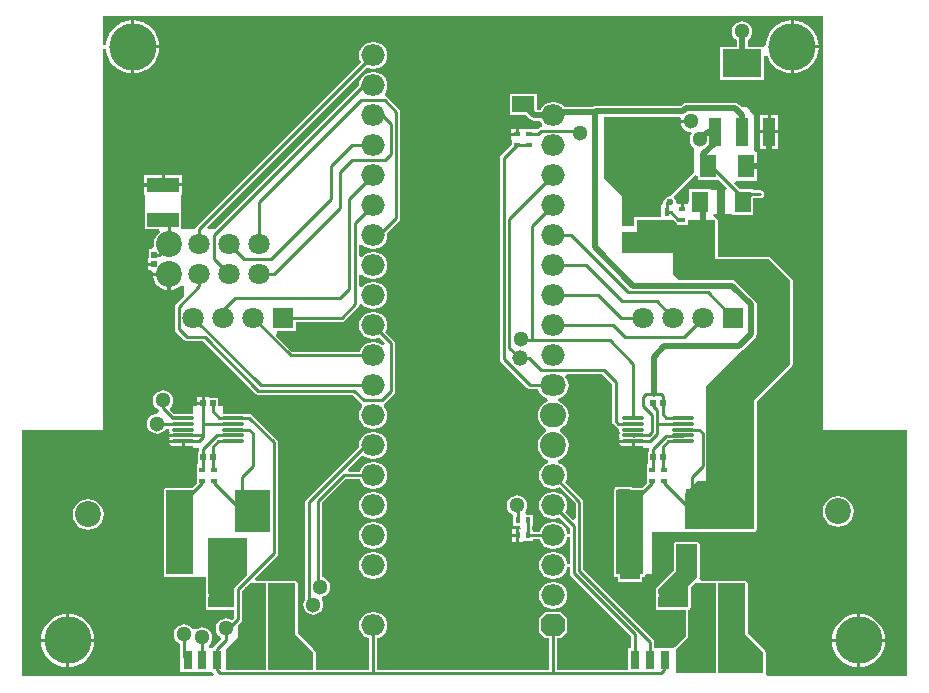
<source format=gbl>
G04*
G04 #@! TF.GenerationSoftware,Altium Limited,Altium NEXUS,1.0.11 (97)*
G04*
G04 Layer_Physical_Order=2*
G04 Layer_Color=16711680*
%FSLAX25Y25*%
%MOIN*%
G70*
G01*
G75*
%ADD10R,0.01772X0.02165*%
%ADD15C,0.01000*%
%ADD16C,0.01968*%
%ADD17C,0.08661*%
%ADD18C,0.07087*%
%ADD19C,0.23622*%
%ADD20R,0.07087X0.07087*%
%ADD21O,0.07874X0.07087*%
%ADD22O,0.08661X0.07087*%
%ADD23O,0.08661X0.08268*%
G04:AMPARAMS|DCode=24|XSize=78.74mil|YSize=70.87mil|CornerRadius=0mil|HoleSize=0mil|Usage=FLASHONLY|Rotation=180.000|XOffset=0mil|YOffset=0mil|HoleType=Round|Shape=Octagon|*
%AMOCTAGOND24*
4,1,8,-0.03937,0.01772,-0.03937,-0.01772,-0.02165,-0.03543,0.02165,-0.03543,0.03937,-0.01772,0.03937,0.01772,0.02165,0.03543,-0.02165,0.03543,-0.03937,0.01772,0.0*
%
%ADD24OCTAGOND24*%

%ADD25C,0.15748*%
%ADD26C,0.05197*%
%ADD27C,0.05118*%
%ADD28C,0.02362*%
%ADD29R,0.02165X0.01772*%
%ADD30R,0.05315X0.07480*%
%ADD31R,0.05512X0.07087*%
%ADD32R,0.03150X0.10236*%
%ADD33R,0.01378X0.02756*%
%ADD34R,0.09252X0.06221*%
%ADD35R,0.02047X0.02047*%
%ADD36R,0.10630X0.04528*%
%ADD37R,0.12992X0.09449*%
%ADD38R,0.03937X0.09449*%
%ADD39R,0.07480X0.05315*%
%ADD40R,0.04528X0.10630*%
%ADD41R,0.06614X0.11614*%
%ADD42R,0.04134X0.12795*%
%ADD43R,0.02047X0.02047*%
%ADD44O,0.07874X0.01181*%
%ADD45R,0.08268X0.11811*%
%ADD46R,0.03150X0.06299*%
%ADD47C,0.01181*%
G36*
X120000Y70000D02*
X148000D01*
Y-12000D01*
X101481D01*
X101278Y-11810D01*
X100803Y-11000D01*
Y-4000D01*
X100742Y-3693D01*
X100568Y-3432D01*
X94803Y2333D01*
Y19000D01*
X94742Y19307D01*
X94568Y19568D01*
X94307Y19742D01*
X94000Y19803D01*
X85000D01*
X84693Y19742D01*
X84599Y19679D01*
X84504Y19742D01*
X84197Y19803D01*
X79307D01*
X79268Y19836D01*
X78821Y20564D01*
X78764Y20803D01*
X78803Y21000D01*
Y32000D01*
X78742Y32307D01*
X78568Y32568D01*
X78307Y32742D01*
X78000Y32803D01*
X71000D01*
X70693Y32742D01*
X70472Y32594D01*
X70315D01*
X70197Y32000D01*
X70197Y31643D01*
X70197Y23333D01*
X64432Y17568D01*
X64258Y17307D01*
X64197Y17000D01*
Y16233D01*
X64208Y16181D01*
X64204Y16128D01*
X64353Y15000D01*
X64204Y13872D01*
X64208Y13819D01*
X64197Y13767D01*
Y11000D01*
X64258Y10693D01*
X64432Y10432D01*
X64693Y10258D01*
X65000Y10197D01*
X74197D01*
Y1333D01*
X70531Y-2334D01*
X69793Y-2521D01*
X69486Y-2563D01*
X68823Y-2563D01*
X64902D01*
Y-2563D01*
X64705D01*
Y-2563D01*
X63656D01*
Y-343D01*
X63556Y159D01*
X63271Y585D01*
X40100Y23756D01*
Y46213D01*
X40000Y46715D01*
X39716Y47141D01*
X34117Y52739D01*
X34177Y52816D01*
X34613Y53869D01*
X34762Y55000D01*
X34613Y56130D01*
X34177Y57184D01*
X33482Y58089D01*
X32578Y58783D01*
X31778Y59114D01*
X31673Y59945D01*
X31720Y60173D01*
X32581Y60529D01*
X33650Y61350D01*
X34471Y62419D01*
X34986Y63664D01*
X35162Y65000D01*
X34986Y66336D01*
X34471Y67581D01*
X33650Y68650D01*
X32581Y69471D01*
X32451Y69525D01*
Y70607D01*
X32679Y70701D01*
X33707Y71490D01*
X34496Y72518D01*
X34991Y73715D01*
X35161Y75000D01*
X34991Y76285D01*
X34496Y77482D01*
X33707Y78510D01*
X32679Y79299D01*
X31628Y79734D01*
X31614Y79809D01*
X31918Y80781D01*
X32971Y81217D01*
X33876Y81911D01*
X34570Y82816D01*
X35007Y83869D01*
X35155Y85000D01*
X35007Y86130D01*
X34570Y87184D01*
X34054Y87857D01*
X34318Y88633D01*
X34499Y88857D01*
X46287D01*
X49687Y85456D01*
Y73000D01*
X49787Y72498D01*
X50072Y72072D01*
X50792Y71351D01*
X51218Y71067D01*
X52008Y70311D01*
X52115Y69773D01*
X52414Y69327D01*
X52115Y68880D01*
X52008Y68343D01*
X52115Y67805D01*
X52293Y67538D01*
X52267Y67521D01*
X51915Y66995D01*
X51891Y66874D01*
X56760D01*
Y66374D01*
X57260D01*
Y64752D01*
X60000D01*
Y64000D01*
X62074D01*
X62113Y63953D01*
Y62811D01*
X61614D01*
Y59189D01*
X61130Y58445D01*
X61130D01*
Y55098D01*
X61130D01*
Y54901D01*
X61130D01*
Y52404D01*
X59529Y50803D01*
X56437D01*
Y51185D01*
X50728D01*
Y50749D01*
X50693Y50742D01*
X50432Y50568D01*
X50258Y50307D01*
X50197Y50000D01*
Y22000D01*
X50258Y21693D01*
X50432Y21432D01*
X50693Y21258D01*
X51000Y21197D01*
X51496D01*
Y19406D01*
X59685D01*
Y21197D01*
X60000D01*
X60307Y21258D01*
X60568Y21432D01*
X60742Y21693D01*
X60803Y22000D01*
X63000D01*
Y36000D01*
X73500D01*
Y36000D01*
X74418Y36197D01*
X97000D01*
X97307Y36258D01*
X97568Y36432D01*
X97742Y36693D01*
X97803Y37000D01*
Y79668D01*
X109568Y91432D01*
X109742Y91693D01*
X109803Y92000D01*
Y120000D01*
X109742Y120307D01*
X109568Y120568D01*
X109568Y120568D01*
X102568Y127568D01*
X102307Y127742D01*
X102000Y127803D01*
X84803D01*
Y140000D01*
X84742Y140307D01*
X84568Y140568D01*
X84307Y140742D01*
X84000Y140803D01*
X83861D01*
X83338Y141803D01*
X83476Y142000D01*
X89618D01*
Y141669D01*
X96705D01*
Y147459D01*
X99000D01*
X99502Y147559D01*
X99928Y147844D01*
X100213Y148269D01*
X100313Y148772D01*
X100213Y149274D01*
X99928Y149700D01*
X99502Y149984D01*
X99000Y150084D01*
X96705D01*
Y150331D01*
X92373D01*
X90303Y152400D01*
X90858Y153260D01*
X97957D01*
Y162740D01*
X97685D01*
X96979Y163448D01*
X97004Y174834D01*
X94495Y177748D01*
X92807D01*
X91947Y178608D01*
X91361Y179000D01*
X90669Y179137D01*
X74206D01*
X73515Y179000D01*
X72929Y178608D01*
X72458Y178137D01*
X44252D01*
X43561Y178000D01*
X43389Y177885D01*
X33639D01*
X33482Y178089D01*
X32578Y178783D01*
X31524Y179219D01*
X30394Y179368D01*
X29606D01*
X28476Y179219D01*
X27422Y178783D01*
X26518Y178089D01*
X25823Y177184D01*
X25667Y176806D01*
X24528D01*
Y182146D01*
X15473D01*
Y175256D01*
X20890D01*
X22423Y173723D01*
X23009Y173331D01*
X23701Y173194D01*
X25667D01*
X25823Y172816D01*
X26340Y172143D01*
X26148Y171419D01*
X25917Y171112D01*
X25572Y171043D01*
X25147Y170759D01*
X24855Y170467D01*
X23870Y170429D01*
Y170429D01*
X20130D01*
X20083Y170658D01*
X18500D01*
Y168772D01*
X18000D01*
Y168272D01*
X15917D01*
Y166886D01*
X16130D01*
Y165215D01*
X12729Y161814D01*
X12445Y161388D01*
X12345Y160886D01*
Y93724D01*
X12445Y93222D01*
X12729Y92796D01*
X21454Y84072D01*
X21880Y83787D01*
X22382Y83687D01*
X25069D01*
X25430Y82816D01*
X26124Y81911D01*
X27029Y81217D01*
X28082Y80781D01*
X28386Y79809D01*
X28372Y79734D01*
X27321Y79299D01*
X26293Y78510D01*
X25504Y77482D01*
X25008Y76285D01*
X24839Y75000D01*
X25008Y73715D01*
X25504Y72518D01*
X26293Y71490D01*
X27321Y70701D01*
X27549Y70607D01*
Y69525D01*
X27419Y69471D01*
X26350Y68650D01*
X25529Y67581D01*
X25014Y66336D01*
X24838Y65000D01*
X25014Y63664D01*
X25529Y62419D01*
X26350Y61350D01*
X27419Y60529D01*
X28280Y60173D01*
X28326Y59945D01*
X28222Y59114D01*
X27422Y58783D01*
X26518Y58089D01*
X25823Y57184D01*
X25387Y56130D01*
X25238Y55000D01*
X25387Y53869D01*
X25823Y52816D01*
X26518Y51911D01*
X27422Y51217D01*
X28476Y50781D01*
X29606Y50632D01*
X30394D01*
X31524Y50781D01*
X32117Y51026D01*
X37475Y45669D01*
Y40688D01*
X36551Y40305D01*
X34117Y42739D01*
X34177Y42816D01*
X34613Y43870D01*
X34762Y45000D01*
X34613Y46130D01*
X34177Y47184D01*
X33482Y48089D01*
X32578Y48783D01*
X31524Y49219D01*
X30394Y49368D01*
X29606D01*
X28476Y49219D01*
X27422Y48783D01*
X26518Y48089D01*
X25823Y47184D01*
X25387Y46130D01*
X25238Y45000D01*
X25387Y43870D01*
X25823Y42816D01*
X26518Y41911D01*
X27422Y41217D01*
X28476Y40781D01*
X29606Y40632D01*
X30394D01*
X31524Y40781D01*
X32117Y41026D01*
X35687Y37456D01*
Y35631D01*
X34687Y35565D01*
X34613Y36130D01*
X34177Y37184D01*
X33482Y38089D01*
X32578Y38783D01*
X31524Y39219D01*
X30394Y39368D01*
X29606D01*
X28476Y39219D01*
X27422Y38783D01*
X26518Y38089D01*
X25823Y37184D01*
X25462Y36313D01*
X23445D01*
Y36870D01*
X23084D01*
Y38130D01*
X23445D01*
Y41870D01*
X21024D01*
X20890Y42026D01*
X20584Y42870D01*
X20923Y43312D01*
X21260Y44126D01*
X21375Y45000D01*
X21260Y45874D01*
X20923Y46688D01*
X20387Y47387D01*
X19688Y47923D01*
X18874Y48260D01*
X18000Y48375D01*
X17126Y48260D01*
X16312Y47923D01*
X15613Y47387D01*
X15077Y46688D01*
X14740Y45874D01*
X14625Y45000D01*
X14740Y44126D01*
X15077Y43312D01*
X15613Y42613D01*
X15803Y42468D01*
X16555Y41870D01*
Y38130D01*
X18837Y38130D01*
X19330Y37325D01*
X19206Y37083D01*
X18728D01*
Y35000D01*
Y32917D01*
X20114D01*
Y33130D01*
X23445D01*
Y33687D01*
X25462D01*
X25823Y32816D01*
X26518Y31911D01*
X27422Y31217D01*
X28476Y30781D01*
X29606Y30632D01*
X30394D01*
X31524Y30781D01*
X32578Y31217D01*
X33482Y31911D01*
X34177Y32816D01*
X34613Y33869D01*
X34687Y34435D01*
X35687Y34369D01*
Y25631D01*
X34687Y25565D01*
X34613Y26131D01*
X34177Y27184D01*
X33482Y28089D01*
X32578Y28783D01*
X31524Y29219D01*
X30394Y29368D01*
X29606D01*
X28476Y29219D01*
X27422Y28783D01*
X26518Y28089D01*
X25823Y27184D01*
X25387Y26131D01*
X25238Y25000D01*
X25387Y23869D01*
X25823Y22816D01*
X26518Y21911D01*
X27422Y21217D01*
X28476Y20781D01*
X29606Y20632D01*
X30394D01*
X31524Y20781D01*
X32578Y21217D01*
X33482Y21911D01*
X34177Y22816D01*
X34613Y23869D01*
X34687Y24435D01*
X35687Y24369D01*
Y22472D01*
X35787Y21970D01*
X36072Y21544D01*
X56109Y1507D01*
Y-2563D01*
X55060D01*
Y-9687D01*
X31313D01*
Y669D01*
X32559D01*
X34724Y2835D01*
Y7165D01*
X32559Y9331D01*
X27441D01*
X25276Y7165D01*
Y2835D01*
X27441Y669D01*
X28687D01*
Y-9687D01*
X-28687D01*
Y753D01*
X-28476Y781D01*
X-27422Y1217D01*
X-26518Y1911D01*
X-25823Y2816D01*
X-25387Y3870D01*
X-25238Y5000D01*
X-25387Y6131D01*
X-25823Y7184D01*
X-26518Y8089D01*
X-27422Y8783D01*
X-28476Y9219D01*
X-29606Y9368D01*
X-30394D01*
X-31524Y9219D01*
X-32578Y8783D01*
X-33482Y8089D01*
X-34177Y7184D01*
X-34613Y6131D01*
X-34762Y5000D01*
X-34613Y3870D01*
X-34177Y2816D01*
X-33482Y1911D01*
X-32578Y1217D01*
X-31524Y781D01*
X-31313Y753D01*
Y-9687D01*
X-49197D01*
Y-4000D01*
X-49258Y-3693D01*
X-49432Y-3432D01*
X-50138Y-2727D01*
Y-2563D01*
X-50302D01*
X-55197Y2333D01*
Y19000D01*
X-55258Y19307D01*
X-55432Y19568D01*
X-55693Y19742D01*
X-56000Y19803D01*
X-65000D01*
X-65307Y19742D01*
X-65401Y19679D01*
X-65496Y19742D01*
X-65803Y19803D01*
X-69034D01*
X-69417Y20727D01*
X-62072Y28072D01*
X-61787Y28498D01*
X-61687Y29000D01*
Y66000D01*
X-61787Y66502D01*
X-62072Y66928D01*
X-70320Y75176D01*
X-70746Y75461D01*
X-71248Y75561D01*
X-72894D01*
X-73358Y75653D01*
X-80000D01*
Y78000D01*
X-81614D01*
Y80811D01*
X-84551D01*
Y81024D01*
X-86075D01*
Y79000D01*
X-86575D01*
Y78500D01*
X-88598D01*
Y78000D01*
X-90000D01*
Y75653D01*
X-96324D01*
X-97655Y76983D01*
X-97613Y77613D01*
X-97077Y78312D01*
X-96740Y79126D01*
X-96625Y80000D01*
X-96740Y80874D01*
X-97077Y81688D01*
X-97613Y82387D01*
X-98312Y82923D01*
X-99126Y83260D01*
X-100000Y83375D01*
X-100874Y83260D01*
X-101688Y82923D01*
X-102387Y82387D01*
X-102923Y81688D01*
X-103260Y80874D01*
X-103375Y80000D01*
X-103260Y79126D01*
X-102923Y78312D01*
X-102387Y77613D01*
X-101688Y77077D01*
X-101486Y76993D01*
X-101351Y76578D01*
X-101956Y75718D01*
X-102098Y75642D01*
X-102874Y75540D01*
X-103688Y75203D01*
X-104387Y74666D01*
X-104923Y73967D01*
X-105260Y73153D01*
X-105375Y72280D01*
X-105260Y71406D01*
X-104923Y70592D01*
X-104387Y69893D01*
X-103688Y69356D01*
X-102874Y69019D01*
X-102000Y68904D01*
X-101126Y69019D01*
X-100312Y69356D01*
X-99613Y69893D01*
X-99077Y70592D01*
X-98083Y70378D01*
X-98078Y70375D01*
X-97927Y69986D01*
X-97885Y69773D01*
X-97787Y69628D01*
X-97733Y69489D01*
X-98085Y68963D01*
X-98109Y68843D01*
X-93240D01*
Y67843D01*
X-98109D01*
X-98085Y67722D01*
X-97842Y67358D01*
X-98085Y66995D01*
X-98109Y66874D01*
X-93240D01*
Y66374D01*
X-92740D01*
Y64752D01*
X-90000D01*
Y64000D01*
X-87926D01*
X-87887Y63953D01*
Y62811D01*
X-88386D01*
Y59189D01*
X-88870Y58445D01*
X-88870D01*
Y55098D01*
X-88870D01*
Y54901D01*
X-88870D01*
Y52404D01*
X-90471Y50803D01*
X-99000D01*
X-99307Y50742D01*
X-99568Y50568D01*
X-99742Y50307D01*
X-99803Y50000D01*
Y22000D01*
X-99742Y21693D01*
X-99568Y21432D01*
X-99307Y21258D01*
X-99000Y21197D01*
X-90000D01*
X-89000Y21000D01*
Y21000D01*
X-85803D01*
Y16233D01*
X-85792Y16181D01*
X-85796Y16128D01*
X-85647Y15000D01*
X-85796Y13872D01*
X-85792Y13819D01*
X-85803Y13767D01*
Y11000D01*
X-85742Y10693D01*
X-85568Y10432D01*
X-85307Y10258D01*
X-85000Y10197D01*
X-76313D01*
Y7544D01*
X-77098Y6758D01*
X-77312Y6923D01*
X-78126Y7260D01*
X-79000Y7375D01*
X-79874Y7260D01*
X-80688Y6923D01*
X-81387Y6387D01*
X-81923Y5688D01*
X-82260Y4874D01*
X-82375Y4000D01*
X-82260Y3126D01*
X-81923Y2312D01*
X-81387Y1613D01*
X-81061Y1363D01*
X-80871Y297D01*
X-80920Y91D01*
X-82928Y-1918D01*
X-83213Y-2344D01*
X-83256Y-2563D01*
X-84587Y-2563D01*
X-84843Y-1563D01*
X-84613Y-1387D01*
X-84077Y-688D01*
X-83740Y126D01*
X-83625Y1000D01*
X-83740Y1874D01*
X-84077Y2688D01*
X-84613Y3387D01*
X-85312Y3923D01*
X-86126Y4260D01*
X-87000Y4375D01*
X-87874Y4260D01*
X-88688Y3923D01*
X-88994Y3688D01*
X-89882Y3688D01*
X-90247Y3909D01*
X-90613Y4387D01*
X-91312Y4923D01*
X-92126Y5260D01*
X-93000Y5375D01*
X-93874Y5260D01*
X-94688Y4923D01*
X-95387Y4387D01*
X-95923Y3688D01*
X-96260Y2874D01*
X-96375Y2000D01*
X-96260Y1126D01*
X-95923Y312D01*
X-95387Y-387D01*
X-94688Y-923D01*
X-94313Y-1079D01*
Y-5370D01*
X-94232Y-5774D01*
Y-10437D01*
X-89508D01*
Y-10437D01*
X-89311D01*
Y-10437D01*
X-85390D01*
X-84587Y-10437D01*
X-83600Y-10437D01*
X-83198Y-11030D01*
X-83658Y-12000D01*
X-147000D01*
Y70000D01*
X-120000D01*
Y197199D01*
X-119000Y197248D01*
X-118893Y196164D01*
X-118386Y194491D01*
X-117562Y192950D01*
X-116453Y191598D01*
X-115102Y190489D01*
X-113560Y189665D01*
X-111887Y189158D01*
X-110648Y189036D01*
Y197904D01*
Y206771D01*
X-111887Y206649D01*
X-113560Y206142D01*
X-115102Y205318D01*
X-116453Y204209D01*
X-117562Y202858D01*
X-118386Y201316D01*
X-118893Y199643D01*
X-119000Y198559D01*
X-120000Y198609D01*
Y208000D01*
X120000D01*
Y70000D01*
D02*
G37*
G36*
X78256Y154706D02*
Y153472D01*
X85146D01*
X85146Y153472D01*
Y153472D01*
X85860Y152870D01*
X87806Y150924D01*
X87423Y150000D01*
X82531D01*
Y150331D01*
X75445D01*
Y146507D01*
X75083Y145658D01*
X73500D01*
Y143772D01*
X72500D01*
Y145658D01*
X71288D01*
X71007Y146000D01*
X70854Y146768D01*
X70419Y147419D01*
X70342Y148206D01*
X77256Y155121D01*
X78256Y154706D01*
D02*
G37*
G36*
X72607Y174109D02*
X72533Y173929D01*
X72476Y173500D01*
X76000D01*
Y172500D01*
X72476D01*
X72533Y172071D01*
X72891Y171205D01*
X73462Y170462D01*
X74205Y169891D01*
X75071Y169533D01*
X76000Y169410D01*
X76001Y169410D01*
X76272Y168942D01*
X76077Y168688D01*
X75740Y167874D01*
X75625Y167000D01*
X75740Y166126D01*
X76077Y165312D01*
X76613Y164613D01*
X77000Y164317D01*
Y156000D01*
X69006Y148006D01*
X69000Y148007D01*
X68232Y147854D01*
X67581Y147419D01*
X67399Y147146D01*
X67072Y146928D01*
X66910Y146767D01*
X66626Y146341D01*
X66526Y145839D01*
Y145526D01*
X66000Y145000D01*
X66000Y141000D01*
X57000D01*
Y138000D01*
X53000D01*
Y148000D01*
X47000Y154000D01*
X47000Y174524D01*
X72329D01*
X72607Y174109D01*
D02*
G37*
G36*
X84000Y127000D02*
X102000D01*
X109000Y120000D01*
Y92000D01*
X97000Y80000D01*
Y37000D01*
X74000D01*
Y49000D01*
X78000Y53000D01*
X81000D01*
Y84640D01*
X92691Y96331D01*
X93277Y96723D01*
X97277Y100723D01*
X97669Y101309D01*
X97669Y101309D01*
X97806Y102000D01*
Y112000D01*
X97669Y112691D01*
X97277Y113277D01*
X91006Y119549D01*
X90420Y119940D01*
X90360Y120000D01*
X90121D01*
X89728Y120078D01*
X71922D01*
X70000Y122000D01*
Y129000D01*
X58000Y129000D01*
X53000Y129000D01*
Y136000D01*
X58000D01*
Y140000D01*
X70144Y140000D01*
X70843Y139300D01*
X71130Y139109D01*
Y138555D01*
X74870D01*
Y140000D01*
D01*
X84000D01*
Y127000D01*
D02*
G37*
G36*
X-64313Y36000D02*
X-76000D01*
Y50000D01*
X-64313D01*
Y36000D01*
D02*
G37*
G36*
X60000Y22000D02*
X51000D01*
Y50000D01*
X60000D01*
Y22000D01*
D02*
G37*
G36*
X-90000D02*
X-99000D01*
Y50000D01*
X-90000D01*
Y22000D01*
D02*
G37*
G36*
X78000Y21000D02*
X75000Y18000D01*
Y11000D01*
X65000D01*
Y13767D01*
X65162Y15000D01*
X65000Y16233D01*
Y17000D01*
X71000Y23000D01*
X71000Y32000D01*
X78000D01*
Y21000D01*
D02*
G37*
G36*
X-72000Y21856D02*
X-75928Y17928D01*
X-76213Y17502D01*
X-76313Y17000D01*
Y11000D01*
X-85000D01*
Y13767D01*
X-84838Y15000D01*
X-85000Y16233D01*
Y34000D01*
X-72000D01*
Y21856D01*
D02*
G37*
G36*
X-56000Y2000D02*
X-50000Y-4000D01*
Y-9687D01*
X-64902D01*
Y-2563D01*
X-65000D01*
Y19000D01*
X-56000D01*
Y2000D01*
D02*
G37*
G36*
X-65803Y-2563D02*
X-65742Y-2870D01*
X-65705Y-2926D01*
Y-9687D01*
X-79000D01*
Y-3000D01*
X-75000Y1000D01*
Y5144D01*
X-74072Y6072D01*
X-73787Y6498D01*
X-73687Y7000D01*
Y16456D01*
X-71144Y19000D01*
X-65803D01*
Y-2563D01*
D02*
G37*
G36*
X94000Y2000D02*
X100000Y-4000D01*
Y-11000D01*
X85000D01*
Y19000D01*
X94000D01*
Y2000D01*
D02*
G37*
G36*
X84197Y-11000D02*
X71000D01*
Y-3000D01*
X75000Y1000D01*
Y10197D01*
X75307Y10258D01*
X75568Y10432D01*
X75742Y10693D01*
X75803Y11000D01*
Y17668D01*
X77135Y19000D01*
X84197D01*
Y-11000D01*
D02*
G37*
%LPC*%
G36*
X110196Y206771D02*
Y198404D01*
X118564D01*
X118442Y199643D01*
X117934Y201316D01*
X117110Y202858D01*
X116001Y204209D01*
X114650Y205318D01*
X113109Y206142D01*
X111436Y206649D01*
X110196Y206771D01*
D02*
G37*
G36*
X-109648D02*
Y198404D01*
X-101280D01*
X-101402Y199643D01*
X-101909Y201316D01*
X-102734Y202858D01*
X-103842Y204209D01*
X-105194Y205318D01*
X-106735Y206142D01*
X-108408Y206649D01*
X-109648Y206771D01*
D02*
G37*
G36*
X109196D02*
X107957Y206649D01*
X106284Y206142D01*
X104742Y205318D01*
X103391Y204209D01*
X102282Y202858D01*
X101458Y201316D01*
X100951Y199643D01*
X100857Y198692D01*
X100284Y197929D01*
X99806Y197929D01*
X94806D01*
Y200168D01*
X95387Y200613D01*
X95923Y201312D01*
X96260Y202126D01*
X96375Y203000D01*
X96260Y203874D01*
X95923Y204688D01*
X95387Y205387D01*
X94688Y205923D01*
X93874Y206260D01*
X93000Y206375D01*
X92126Y206260D01*
X91312Y205923D01*
X90613Y205387D01*
X90077Y204688D01*
X89740Y203874D01*
X89625Y203000D01*
X89740Y202126D01*
X90077Y201312D01*
X90613Y200613D01*
X91194Y200168D01*
Y197929D01*
X85716D01*
Y186906D01*
X100284D01*
Y194918D01*
X101284Y195066D01*
X101458Y194491D01*
X102282Y192950D01*
X103391Y191598D01*
X104742Y190489D01*
X106284Y189665D01*
X107957Y189158D01*
X109196Y189036D01*
Y197904D01*
Y206771D01*
D02*
G37*
G36*
X-29606Y199368D02*
X-30394D01*
X-31524Y199219D01*
X-32578Y198783D01*
X-33482Y198089D01*
X-34177Y197184D01*
X-34613Y196131D01*
X-34762Y195000D01*
X-34613Y193869D01*
X-34177Y192816D01*
X-34117Y192739D01*
X-88928Y137928D01*
X-89213Y137502D01*
X-89313Y137000D01*
X-92885Y137000D01*
X-93019Y137005D01*
X-93883Y137243D01*
X-93898Y137968D01*
X-93898Y138040D01*
Y143146D01*
X-94000D01*
Y148642D01*
X-93685D01*
Y151406D01*
X-100000D01*
Y151906D01*
D01*
Y151406D01*
X-106315D01*
Y148642D01*
X-106000D01*
Y143146D01*
X-106102D01*
Y137043D01*
X-101478D01*
X-101138Y136043D01*
X-101650Y135650D01*
X-102471Y134581D01*
X-102986Y133336D01*
X-103162Y132000D01*
X-103081Y131386D01*
X-103893Y130386D01*
X-104811D01*
Y127449D01*
X-105024D01*
Y125925D01*
X-103000D01*
Y124925D01*
X-105024D01*
Y123402D01*
X-104201D01*
X-103410Y122500D01*
X-98000D01*
Y122000D01*
X-97500D01*
Y116689D01*
X-96608Y116806D01*
X-95312Y117344D01*
X-94198Y118198D01*
X-94000Y118456D01*
X-93000Y118117D01*
Y114856D01*
X-95759Y112098D01*
X-96043Y111672D01*
X-96143Y111169D01*
Y103831D01*
X-96043Y103328D01*
X-95759Y102902D01*
X-92928Y100072D01*
X-92502Y99787D01*
X-92000Y99687D01*
X-86572D01*
X-69169Y82284D01*
X-68743Y82000D01*
X-68240Y81900D01*
X-36756D01*
X-33928Y79072D01*
X-33883Y79042D01*
X-33759Y78746D01*
X-33662Y77990D01*
X-33698Y77807D01*
X-34177Y77184D01*
X-34613Y76130D01*
X-34762Y75000D01*
X-34613Y73870D01*
X-34177Y72816D01*
X-33482Y71911D01*
X-32578Y71217D01*
X-31524Y70781D01*
X-30394Y70632D01*
X-29606D01*
X-28476Y70781D01*
X-27422Y71217D01*
X-26518Y71911D01*
X-25823Y72816D01*
X-25387Y73870D01*
X-25238Y75000D01*
X-25387Y76130D01*
X-25823Y77184D01*
X-26302Y77807D01*
X-26338Y77990D01*
X-26241Y78746D01*
X-26117Y79042D01*
X-26072Y79072D01*
X-23072Y82072D01*
X-22787Y82498D01*
X-22687Y83000D01*
Y99000D01*
X-22787Y99502D01*
X-23072Y99928D01*
X-25883Y102739D01*
X-25823Y102816D01*
X-25387Y103869D01*
X-25238Y105000D01*
X-25387Y106131D01*
X-25823Y107184D01*
X-26518Y108089D01*
X-27422Y108783D01*
X-28476Y109219D01*
X-29606Y109368D01*
X-30394D01*
X-31524Y109219D01*
X-32578Y108783D01*
X-33482Y108089D01*
X-34177Y107184D01*
X-34613Y106131D01*
X-34762Y105000D01*
X-34613Y103869D01*
X-34177Y102816D01*
X-33482Y101911D01*
X-32578Y101217D01*
X-31524Y100781D01*
X-30394Y100632D01*
X-29606D01*
X-28476Y100781D01*
X-27883Y101026D01*
X-25881Y99024D01*
X-25913Y98885D01*
X-27033Y98484D01*
X-27422Y98783D01*
X-28476Y99219D01*
X-29606Y99368D01*
X-30394D01*
X-31524Y99219D01*
X-32578Y98783D01*
X-33482Y98089D01*
X-34177Y97184D01*
X-34538Y96313D01*
X-56956D01*
X-62239Y101596D01*
X-62133Y102904D01*
X-62000Y103000D01*
X-61070Y103169D01*
X-55669D01*
Y106187D01*
X-40500D01*
X-39998Y106287D01*
X-39572Y106572D01*
X-35072Y111072D01*
X-34787Y111498D01*
X-34713Y111872D01*
X-34356Y112059D01*
X-33687Y112178D01*
X-33482Y111911D01*
X-32578Y111217D01*
X-31524Y110781D01*
X-30394Y110632D01*
X-29606D01*
X-28476Y110781D01*
X-27422Y111217D01*
X-26518Y111911D01*
X-25823Y112816D01*
X-25387Y113870D01*
X-25238Y115000D01*
X-25387Y116130D01*
X-25823Y117184D01*
X-26518Y118089D01*
X-27422Y118783D01*
X-28476Y119219D01*
X-29606Y119368D01*
X-30394D01*
X-31524Y119219D01*
X-32578Y118783D01*
X-33482Y118089D01*
X-33687Y117822D01*
X-34687Y118161D01*
Y121839D01*
X-33687Y122178D01*
X-33482Y121911D01*
X-32578Y121217D01*
X-31524Y120781D01*
X-30394Y120632D01*
X-29606D01*
X-28476Y120781D01*
X-27422Y121217D01*
X-26518Y121911D01*
X-25823Y122816D01*
X-25387Y123870D01*
X-25238Y125000D01*
X-25387Y126130D01*
X-25823Y127184D01*
X-26518Y128089D01*
X-27422Y128783D01*
X-28476Y129219D01*
X-29606Y129368D01*
X-30394D01*
X-31524Y129219D01*
X-32578Y128783D01*
X-33482Y128089D01*
X-33687Y127822D01*
X-34687Y128161D01*
Y131839D01*
X-33687Y132178D01*
X-33482Y131911D01*
X-32578Y131217D01*
X-31524Y130781D01*
X-30394Y130632D01*
X-29606D01*
X-28476Y130781D01*
X-27422Y131217D01*
X-26518Y131911D01*
X-25823Y132816D01*
X-25387Y133870D01*
X-25238Y135000D01*
X-25344Y135800D01*
X-21284Y139859D01*
X-21000Y140285D01*
X-20900Y140787D01*
Y176213D01*
X-21000Y176715D01*
X-21284Y177141D01*
X-25072Y180928D01*
X-25498Y181213D01*
X-25782Y181269D01*
X-26116Y181866D01*
X-26210Y182313D01*
X-25823Y182816D01*
X-25387Y183870D01*
X-25238Y185000D01*
X-25387Y186130D01*
X-25823Y187184D01*
X-26518Y188089D01*
X-27422Y188783D01*
X-28476Y189219D01*
X-29606Y189368D01*
X-30394D01*
X-31524Y189219D01*
X-32578Y188783D01*
X-33482Y188089D01*
X-34177Y187184D01*
X-34613Y186130D01*
X-34747Y185109D01*
X-82856Y137000D01*
X-84837D01*
X-85220Y137924D01*
X-32117Y191026D01*
X-31524Y190781D01*
X-30394Y190632D01*
X-29606D01*
X-28476Y190781D01*
X-27422Y191217D01*
X-26518Y191911D01*
X-25823Y192816D01*
X-25387Y193869D01*
X-25238Y195000D01*
X-25387Y196131D01*
X-25823Y197184D01*
X-26518Y198089D01*
X-27422Y198783D01*
X-28476Y199219D01*
X-29606Y199368D01*
D02*
G37*
G36*
X118564Y197404D02*
X110196D01*
Y189036D01*
X111436Y189158D01*
X113109Y189665D01*
X114650Y190489D01*
X116001Y191598D01*
X117110Y192950D01*
X117934Y194491D01*
X118442Y196164D01*
X118564Y197404D01*
D02*
G37*
G36*
X-101280D02*
X-109648D01*
Y189036D01*
X-108408Y189158D01*
X-106735Y189665D01*
X-105194Y190489D01*
X-103842Y191598D01*
X-102734Y192950D01*
X-101909Y194491D01*
X-101402Y196164D01*
X-101280Y197404D01*
D02*
G37*
G36*
X105024Y175307D02*
X102555D01*
Y170083D01*
X105024D01*
Y175307D01*
D02*
G37*
G36*
X101555D02*
X99087D01*
Y170083D01*
X101555D01*
Y175307D01*
D02*
G37*
G36*
X17500Y170658D02*
X15917D01*
Y169272D01*
X17500D01*
Y170658D01*
D02*
G37*
G36*
X105024Y169083D02*
X102555D01*
Y163858D01*
X105024D01*
Y169083D01*
D02*
G37*
G36*
X101555D02*
X99087D01*
Y163858D01*
X101555D01*
Y169083D01*
D02*
G37*
G36*
X-93685Y155169D02*
X-99500D01*
Y152406D01*
X-93685D01*
Y155169D01*
D02*
G37*
G36*
X-100500D02*
X-106315D01*
Y152406D01*
X-100500D01*
Y155169D01*
D02*
G37*
G36*
X-98500Y121500D02*
X-103311D01*
X-103193Y120608D01*
X-102656Y119312D01*
X-101802Y118198D01*
X-100688Y117344D01*
X-99392Y116806D01*
X-98500Y116689D01*
Y121500D01*
D02*
G37*
G36*
X-87075Y81024D02*
X-88598D01*
Y79500D01*
X-87075D01*
Y81024D01*
D02*
G37*
G36*
X56260Y65874D02*
X51891D01*
X51915Y65753D01*
X52267Y65227D01*
X52793Y64876D01*
X53413Y64752D01*
X56260D01*
Y65874D01*
D02*
G37*
G36*
X-93740D02*
X-98109D01*
X-98085Y65753D01*
X-97733Y65227D01*
X-97207Y64876D01*
X-96587Y64752D01*
X-93740D01*
Y65874D01*
D02*
G37*
G36*
X-29606Y69368D02*
X-30394D01*
X-31524Y69219D01*
X-32578Y68783D01*
X-33482Y68089D01*
X-34177Y67184D01*
X-34613Y66131D01*
X-34762Y65000D01*
X-34714Y64634D01*
X-52404Y46943D01*
X-52689Y46517D01*
X-52789Y46015D01*
Y13727D01*
X-52864Y13629D01*
X-53202Y12814D01*
X-53317Y11941D01*
X-53202Y11067D01*
X-52864Y10253D01*
X-52328Y9554D01*
X-51629Y9018D01*
X-50815Y8681D01*
X-49941Y8566D01*
X-49068Y8681D01*
X-48254Y9018D01*
X-47555Y9554D01*
X-47018Y10253D01*
X-46681Y11067D01*
X-46566Y11941D01*
X-46681Y12814D01*
X-46985Y13547D01*
X-46990Y13733D01*
X-46964Y13828D01*
X-46556Y14669D01*
X-45942Y14923D01*
X-45243Y15460D01*
X-44707Y16159D01*
X-44370Y16973D01*
X-44255Y17846D01*
X-44370Y18720D01*
X-44707Y19534D01*
X-45243Y20233D01*
X-45942Y20770D01*
X-46756Y21107D01*
X-47006Y21140D01*
Y45921D01*
X-39240Y53687D01*
X-34538D01*
X-34177Y52816D01*
X-33482Y51911D01*
X-32578Y51217D01*
X-31524Y50781D01*
X-30394Y50632D01*
X-29606D01*
X-28476Y50781D01*
X-27422Y51217D01*
X-26518Y51911D01*
X-25823Y52816D01*
X-25387Y53869D01*
X-25238Y55000D01*
X-25387Y56130D01*
X-25823Y57184D01*
X-26518Y58089D01*
X-27422Y58783D01*
X-28476Y59219D01*
X-29606Y59368D01*
X-30394D01*
X-31524Y59219D01*
X-32578Y58783D01*
X-33482Y58089D01*
X-34177Y57184D01*
X-34538Y56313D01*
X-38015D01*
X-38398Y57236D01*
X-33709Y61926D01*
X-33482Y61911D01*
X-32578Y61217D01*
X-31524Y60781D01*
X-30394Y60632D01*
X-29606D01*
X-28476Y60781D01*
X-27422Y61217D01*
X-26518Y61911D01*
X-25823Y62816D01*
X-25387Y63870D01*
X-25238Y65000D01*
X-25387Y66131D01*
X-25823Y67184D01*
X-26518Y68089D01*
X-27422Y68783D01*
X-28476Y69219D01*
X-29606Y69368D01*
D02*
G37*
G36*
Y49368D02*
X-30394D01*
X-31524Y49219D01*
X-32578Y48783D01*
X-33482Y48089D01*
X-34177Y47184D01*
X-34613Y46130D01*
X-34762Y45000D01*
X-34613Y43870D01*
X-34177Y42816D01*
X-33482Y41911D01*
X-32578Y41217D01*
X-31524Y40781D01*
X-30394Y40632D01*
X-29606D01*
X-28476Y40781D01*
X-27422Y41217D01*
X-26518Y41911D01*
X-25823Y42816D01*
X-25387Y43870D01*
X-25238Y45000D01*
X-25387Y46130D01*
X-25823Y47184D01*
X-26518Y48089D01*
X-27422Y48783D01*
X-28476Y49219D01*
X-29606Y49368D01*
D02*
G37*
G36*
X125000Y48162D02*
X123664Y47986D01*
X122419Y47471D01*
X121350Y46650D01*
X120529Y45581D01*
X120014Y44336D01*
X119838Y43000D01*
X120014Y41664D01*
X120529Y40419D01*
X121350Y39350D01*
X122419Y38529D01*
X123664Y38014D01*
X125000Y37838D01*
X126336Y38014D01*
X127581Y38529D01*
X128650Y39350D01*
X129471Y40419D01*
X129986Y41664D01*
X130162Y43000D01*
X129986Y44336D01*
X129471Y45581D01*
X128650Y46650D01*
X127581Y47471D01*
X126336Y47986D01*
X125000Y48162D01*
D02*
G37*
G36*
X-125000Y47162D02*
X-126336Y46986D01*
X-127581Y46471D01*
X-128650Y45650D01*
X-129471Y44581D01*
X-129986Y43336D01*
X-130162Y42000D01*
X-129986Y40664D01*
X-129471Y39419D01*
X-128650Y38350D01*
X-127581Y37529D01*
X-126336Y37014D01*
X-125000Y36838D01*
X-123664Y37014D01*
X-122419Y37529D01*
X-121350Y38350D01*
X-120529Y39419D01*
X-120014Y40664D01*
X-119838Y42000D01*
X-120014Y43336D01*
X-120529Y44581D01*
X-121350Y45650D01*
X-122419Y46471D01*
X-123664Y46986D01*
X-125000Y47162D01*
D02*
G37*
G36*
X17728Y37083D02*
X16342D01*
Y35500D01*
X17728D01*
Y37083D01*
D02*
G37*
G36*
Y34500D02*
X16342D01*
Y32917D01*
X17728D01*
Y34500D01*
D02*
G37*
G36*
X-29606Y39368D02*
X-30394D01*
X-31524Y39219D01*
X-32578Y38783D01*
X-33482Y38089D01*
X-34177Y37184D01*
X-34613Y36130D01*
X-34762Y35000D01*
X-34613Y33869D01*
X-34177Y32816D01*
X-33482Y31911D01*
X-32578Y31217D01*
X-31524Y30781D01*
X-30394Y30632D01*
X-29606D01*
X-28476Y30781D01*
X-27422Y31217D01*
X-26518Y31911D01*
X-25823Y32816D01*
X-25387Y33869D01*
X-25238Y35000D01*
X-25387Y36130D01*
X-25823Y37184D01*
X-26518Y38089D01*
X-27422Y38783D01*
X-28476Y39219D01*
X-29606Y39368D01*
D02*
G37*
G36*
Y29368D02*
X-30394D01*
X-31524Y29219D01*
X-32578Y28783D01*
X-33482Y28089D01*
X-34177Y27184D01*
X-34613Y26131D01*
X-34762Y25000D01*
X-34613Y23869D01*
X-34177Y22816D01*
X-33482Y21911D01*
X-32578Y21217D01*
X-31524Y20781D01*
X-30394Y20632D01*
X-29606D01*
X-28476Y20781D01*
X-27422Y21217D01*
X-26518Y21911D01*
X-25823Y22816D01*
X-25387Y23869D01*
X-25238Y25000D01*
X-25387Y26131D01*
X-25823Y27184D01*
X-26518Y28089D01*
X-27422Y28783D01*
X-28476Y29219D01*
X-29606Y29368D01*
D02*
G37*
G36*
X30394Y19368D02*
X29606D01*
X28476Y19219D01*
X27422Y18783D01*
X26518Y18089D01*
X25823Y17184D01*
X25387Y16130D01*
X25238Y15000D01*
X25387Y13870D01*
X25823Y12816D01*
X26518Y11911D01*
X27422Y11217D01*
X28476Y10781D01*
X29606Y10632D01*
X30394D01*
X31524Y10781D01*
X32578Y11217D01*
X33482Y11911D01*
X34177Y12816D01*
X34613Y13870D01*
X34762Y15000D01*
X34613Y16130D01*
X34177Y17184D01*
X33482Y18089D01*
X32578Y18783D01*
X31524Y19219D01*
X30394Y19368D01*
D02*
G37*
G36*
X132301Y8868D02*
Y500D01*
X140669D01*
X140547Y1740D01*
X140039Y3412D01*
X139215Y4954D01*
X138106Y6305D01*
X136755Y7414D01*
X135213Y8238D01*
X133540Y8746D01*
X132301Y8868D01*
D02*
G37*
G36*
X131301D02*
X130061Y8746D01*
X128389Y8238D01*
X126847Y7414D01*
X125496Y6305D01*
X124387Y4954D01*
X123563Y3412D01*
X123055Y1740D01*
X122933Y500D01*
X131301D01*
Y8868D01*
D02*
G37*
G36*
X-131301D02*
Y500D01*
X-122933D01*
X-123056Y1740D01*
X-123563Y3412D01*
X-124387Y4954D01*
X-125496Y6305D01*
X-126847Y7414D01*
X-128389Y8238D01*
X-130062Y8746D01*
X-131301Y8868D01*
D02*
G37*
G36*
X-132301D02*
X-133541Y8746D01*
X-135214Y8238D01*
X-136755Y7414D01*
X-138106Y6305D01*
X-139215Y4954D01*
X-140039Y3412D01*
X-140547Y1740D01*
X-140669Y500D01*
X-132301D01*
Y8868D01*
D02*
G37*
G36*
X140669Y-500D02*
X132301D01*
Y-8868D01*
X133540Y-8746D01*
X135213Y-8238D01*
X136755Y-7414D01*
X138106Y-6305D01*
X139215Y-4954D01*
X140039Y-3412D01*
X140547Y-1740D01*
X140669Y-500D01*
D02*
G37*
G36*
X131301D02*
X122933D01*
X123055Y-1740D01*
X123563Y-3412D01*
X124387Y-4954D01*
X125496Y-6305D01*
X126847Y-7414D01*
X128389Y-8238D01*
X130061Y-8746D01*
X131301Y-8868D01*
Y-500D01*
D02*
G37*
G36*
X-122933D02*
X-131301D01*
Y-8868D01*
X-130062Y-8746D01*
X-128389Y-8238D01*
X-126847Y-7414D01*
X-125496Y-6305D01*
X-124387Y-4954D01*
X-123563Y-3412D01*
X-123056Y-1740D01*
X-122933Y-500D01*
D02*
G37*
G36*
X-132301D02*
X-140669D01*
X-140547Y-1740D01*
X-140039Y-3412D01*
X-139215Y-4954D01*
X-138106Y-6305D01*
X-136755Y-7414D01*
X-135214Y-8238D01*
X-133541Y-8746D01*
X-132301Y-8868D01*
Y-500D01*
D02*
G37*
%LPD*%
D10*
X18228Y40000D02*
D03*
X21772D02*
D03*
X21772Y35000D02*
D03*
X18228D02*
D03*
D15*
X18545Y100392D02*
X18937Y100000D01*
X49000D01*
X23106Y138106D02*
X30000Y145000D01*
X23106Y100106D02*
Y138106D01*
X21905Y94095D02*
X25831Y90169D01*
X19094Y94095D02*
X21905D01*
X19094D02*
Y94906D01*
X19000Y95000D02*
X19094Y94906D01*
X13657Y160886D02*
X18000Y165228D01*
X13657Y93724D02*
X22382Y85000D01*
X15445Y140445D02*
X30000Y155000D01*
X15445Y97533D02*
X17977Y95000D01*
X15445Y97533D02*
Y140445D01*
X13657Y93724D02*
Y160886D01*
X18557Y100394D02*
X19291D01*
X18552Y100399D02*
X18557Y100394D01*
X22382Y85000D02*
X30000D01*
X18545Y100392D02*
X18552Y100399D01*
X17977Y95000D02*
X19000D01*
X-39783Y55000D02*
X-30000D01*
X-48319Y46465D02*
X-39783Y55000D01*
X-48319Y18535D02*
Y46465D01*
Y18535D02*
X-47630Y17846D01*
X-51476Y46015D02*
X-32491Y65000D01*
X-51476Y13476D02*
Y46015D01*
Y13476D02*
X-49941Y11941D01*
X-87000Y1000D02*
X-86949Y949D01*
Y-6500D02*
Y949D01*
X-79000Y3000D02*
X-75000Y7000D01*
X-79000Y3000D02*
Y4000D01*
Y154D02*
Y3000D01*
X-80000Y4000D02*
X-79000Y3000D01*
X-82028Y-3000D02*
X-82000D01*
Y-2846D02*
X-79000Y154D01*
X-80000Y4000D02*
X-79000D01*
X-93000Y-5370D02*
Y2000D01*
Y-5370D02*
X-91870Y-6500D01*
X-75000Y7000D02*
Y17000D01*
X-82000Y-2846D02*
X-81923Y-2923D01*
X25831Y90169D02*
X46831D01*
X51000Y86000D01*
X49000Y100000D02*
X56760Y92240D01*
X22000Y168756D02*
X25000D01*
X26075Y169831D01*
X38169D01*
X56760Y74248D02*
Y92240D01*
X52500Y107500D02*
X60000D01*
X45000Y115000D02*
X52500Y107500D01*
X30000Y115000D02*
X45000D01*
X53000Y113000D02*
X64500D01*
X41000Y125000D02*
X53000Y113000D01*
X30000Y125000D02*
X41000D01*
X55000Y116000D02*
X81500D01*
X36000Y135000D02*
X55000Y116000D01*
X30000Y135000D02*
X36000D01*
X18000Y165228D02*
X18016Y165213D01*
X22000D01*
X38169Y169831D02*
X39000Y169000D01*
X68000Y146000D02*
X69000D01*
X-82000Y-3000D02*
X-81923Y-2923D01*
X18228Y40000D02*
Y44772D01*
X18000Y45000D02*
X18228Y44772D01*
X-71248Y74248D02*
X-63000Y66000D01*
Y29000D02*
Y66000D01*
X-75000Y17000D02*
X-63000Y29000D01*
X-102000Y72280D02*
X-93240D01*
X-100000Y77472D02*
Y80000D01*
Y77472D02*
X-96776Y74248D01*
X67839Y145839D02*
X68000Y146000D01*
X21772Y35000D02*
X30000D01*
X21772Y40000D02*
X21772Y40000D01*
X21772Y35000D02*
Y40000D01*
X93161Y146000D02*
X95933Y148772D01*
X99000D01*
X30000Y5000D02*
X30519D01*
X-32491Y65000D02*
X-30000D01*
X-36213Y83213D02*
X-33000Y80000D01*
X-27000D01*
X-94831Y103831D02*
X-92000Y101000D01*
X-68240Y83213D02*
X-36213D01*
X-86028Y101000D02*
X-68240Y83213D01*
X-92000Y101000D02*
X-86028D01*
X-96776Y74248D02*
X-93240D01*
X-76705D02*
X-71248D01*
X-70000Y58000D02*
Y69000D01*
X-73583Y54417D02*
X-70000Y58000D01*
X-73583Y43000D02*
Y54417D01*
X-24000Y83000D02*
Y99000D01*
X-57500Y95000D02*
X-30000D01*
X54000Y101000D02*
X73500D01*
X50000Y105000D02*
X54000Y101000D01*
X30000Y105000D02*
X50000D01*
X-94831Y103831D02*
Y111169D01*
X-88000Y118000D02*
Y122000D01*
X-94831Y111169D02*
X-88000Y118000D01*
X-30000Y105000D02*
X-24000Y99000D01*
X-27000Y80000D02*
X-24000Y83000D01*
X-98405Y88406D02*
X-89000Y79000D01*
X-98405Y88406D02*
Y121595D01*
X-98000Y122000D01*
X-101425Y128575D02*
X-98000Y132000D01*
X-103000Y128575D02*
X-101425D01*
X51000Y73000D02*
Y86000D01*
Y73000D02*
X51720Y72280D01*
X56760D01*
X-30000Y-11000D02*
X30000D01*
Y5000D01*
X-81000Y-11000D02*
X-30000D01*
Y5000D01*
X-82028Y-6500D02*
Y-3000D01*
Y-9972D02*
Y-6500D01*
Y-9972D02*
X-81000Y-11000D01*
X30000D02*
X66000D01*
X67000Y-10000D01*
Y-6764D01*
X67264Y-6500D01*
X57422D02*
Y2050D01*
Y-7500D02*
Y-6500D01*
X37000Y22472D02*
X57422Y2050D01*
X37000Y22472D02*
Y38000D01*
X56760Y68343D02*
X56850Y68252D01*
X63500Y82000D02*
X66000D01*
X61000D02*
X63500D01*
X71772Y140228D02*
X73000D01*
X69193Y142807D02*
X71772Y140228D01*
X67839Y142807D02*
X69193D01*
X67839D02*
Y145839D01*
X-88000Y137000D02*
X-30000Y195000D01*
X-88000Y132000D02*
Y137000D01*
X-33000Y185000D02*
X-30000D01*
X-83000Y135000D02*
X-33000Y185000D01*
X-83000Y127000D02*
Y135000D01*
X-34000Y180000D02*
X-26000D01*
X-68000Y146000D02*
X-34000Y180000D01*
X-68000Y132000D02*
Y146000D01*
X-106000Y122000D02*
X-98000D01*
X-112000Y128000D02*
X-106000Y122000D01*
X-112000Y128000D02*
Y150000D01*
X-110094Y151906D01*
X-108095D01*
X-100000D01*
X-109000Y151000D02*
X-108095Y151906D01*
X-109000Y147575D02*
Y151000D01*
X-100000Y140094D02*
X-98000Y138094D01*
Y132000D02*
Y138094D01*
X-41000Y144000D02*
Y156000D01*
X-63000Y122000D02*
X-41000Y144000D01*
X-68000Y122000D02*
X-63000D01*
X-44000Y147000D02*
Y158000D01*
X-64000Y127000D02*
X-44000Y147000D01*
X-73000Y127000D02*
X-64000D01*
X-30000Y135000D02*
X-28000D01*
X-22213Y140787D01*
Y176213D01*
X-26000Y180000D02*
X-22213Y176213D01*
X-27000Y175000D02*
X-24000Y172000D01*
Y162000D02*
Y172000D01*
X-26000Y160000D02*
X-24000Y162000D01*
X-37000Y165000D02*
X-30000D01*
X-44000Y158000D02*
X-37000Y165000D01*
X-78000Y132000D02*
X-73000Y127000D01*
X-37000Y160000D02*
X-26000D01*
X-41000Y156000D02*
X-37000Y160000D01*
X-36000Y139000D02*
X-30000Y145000D01*
X-60000Y107500D02*
X-40500D01*
X-36000Y112000D01*
Y139000D01*
X-80000Y107500D02*
Y110000D01*
X-76000Y114000D01*
X-41000D01*
X-38000Y117000D01*
Y147000D01*
X-30000Y155000D01*
X-89000Y79000D02*
X-86575D01*
X-30000Y175000D02*
X-27000D01*
X-83000Y127000D02*
X-78000Y122000D01*
X62343Y-7500D02*
Y-343D01*
X38787Y23213D02*
X62343Y-343D01*
X38787Y23213D02*
Y46213D01*
X30000Y55000D02*
X38787Y46213D01*
X30000Y45000D02*
X37000Y38000D01*
X73500Y101000D02*
X80000Y107500D01*
X81500Y116000D02*
X90000Y107500D01*
X64500Y113000D02*
X70000Y107500D01*
X-90000D02*
X-67500Y85000D01*
X-30000D01*
X-70000Y107500D02*
X-57500Y95000D01*
X66575Y79000D02*
Y81425D01*
X66000Y82000D02*
X66575Y81425D01*
X60000Y81000D02*
X61000Y82000D01*
X60000Y78000D02*
Y81000D01*
Y78000D02*
X63000Y75000D01*
Y69528D02*
Y75000D01*
X61815Y68343D02*
X63000Y69528D01*
X56760Y68343D02*
X61815D01*
X64787Y68787D02*
Y72492D01*
X62374Y66374D02*
X64787Y68787D01*
X65000Y72280D02*
X73295D01*
X64787Y72492D02*
X65000Y72280D01*
X64787Y72492D02*
Y76920D01*
X63425Y78282D02*
X64787Y76920D01*
X63425Y78282D02*
Y79000D01*
X66575Y75425D02*
Y79000D01*
Y75425D02*
X67752Y74248D01*
X76417Y43000D02*
Y54417D01*
X80000Y58000D01*
Y69000D01*
X78689Y70311D02*
X80000Y69000D01*
X73295Y70311D02*
X78689D01*
X67752Y74248D02*
X73295D01*
X56760Y66374D02*
X62374D01*
X63425Y63953D02*
X67724Y68252D01*
X63425Y61000D02*
Y63953D01*
X73205Y68252D02*
X73295Y68343D01*
X67724Y68252D02*
X73205D01*
X68374Y66374D02*
X73295D01*
X66575Y64575D02*
X68374Y66374D01*
X66575Y61000D02*
Y64575D01*
X63425Y57197D02*
Y61000D01*
X63000Y56772D02*
X63425Y57197D01*
X66575Y57197D02*
Y61000D01*
Y57197D02*
X67000Y56772D01*
Y52417D02*
X76417Y43000D01*
X67000Y52417D02*
Y53228D01*
X53583Y43000D02*
X63000Y52417D01*
Y53228D01*
X-88154Y66374D02*
X-86575Y67953D01*
X-93240Y66374D02*
X-88154D01*
X-86964Y68343D02*
X-86575Y67953D01*
X-82185Y68343D02*
X-76705D01*
X-86575Y63953D02*
X-82185Y68343D01*
X-86575Y61000D02*
Y63953D01*
X-71311Y70311D02*
X-70000Y69000D01*
X-76705Y70311D02*
X-71311D01*
X-86575Y72000D02*
Y79000D01*
Y67953D02*
Y72000D01*
X-86295Y72280D01*
X-76705D01*
X-93240Y68343D02*
X-86964D01*
X-81248Y74248D02*
X-76705D01*
X-83425Y76425D02*
X-81248Y74248D01*
X-83425Y76425D02*
Y79000D01*
X-81626Y66374D02*
X-76705D01*
X-83425Y64575D02*
X-81626Y66374D01*
X-83425Y61000D02*
Y64575D01*
X-87000Y56772D02*
X-86575Y57197D01*
Y61000D01*
X-83425Y57197D02*
Y61000D01*
Y57197D02*
X-83000Y56772D01*
Y52417D02*
X-73583Y43000D01*
X-83000Y52417D02*
Y53228D01*
X-96417Y43000D02*
X-87000Y52417D01*
Y53228D01*
D16*
X44252Y176331D02*
X73206D01*
X44000Y176079D02*
X44252Y176331D01*
X73206D02*
X74206Y177331D01*
X80000Y158000D02*
Y162000D01*
X81701Y158000D02*
X82000D01*
X80000D02*
X81701D01*
X56728Y118272D02*
X89728D01*
X44000Y131000D02*
X56728Y118272D01*
X44000Y131000D02*
Y176079D01*
X90669Y177331D02*
X93000Y175000D01*
X74206Y177331D02*
X90669D01*
X79000Y167000D02*
X81583Y169583D01*
X83945D01*
X23701Y175000D02*
X30000D01*
X20000Y178701D02*
X23701Y175000D01*
X93161Y146000D02*
Y146839D01*
X102055Y160055D02*
Y169583D01*
X100000Y158000D02*
X102055Y160055D01*
X93299Y158000D02*
X100000D01*
X31079Y176079D02*
X44000D01*
X93000Y192417D02*
Y203000D01*
X63500Y82000D02*
Y94500D01*
X67000Y98000D01*
X92000D01*
X96000Y102000D01*
Y112000D01*
X89728Y118272D02*
X96000Y112000D01*
X93000Y169583D02*
Y175000D01*
X80000Y162000D02*
X83945Y165945D01*
Y169583D01*
X78988Y146000D02*
X80094Y144894D01*
Y134000D02*
Y144894D01*
X30000Y175000D02*
X31079Y176079D01*
D17*
X-98000Y122000D02*
D03*
Y132000D02*
D03*
X-90000Y15000D02*
D03*
X60000D02*
D03*
X-30000D02*
D03*
X30000Y65000D02*
D03*
Y195000D02*
D03*
Y185000D02*
D03*
X-125000Y42000D02*
D03*
Y30000D02*
D03*
X125000Y43000D02*
D03*
Y32000D02*
D03*
D18*
X-88000Y122000D02*
D03*
Y132000D02*
D03*
X-78000Y122000D02*
D03*
Y132000D02*
D03*
X-68000Y122000D02*
D03*
Y132000D02*
D03*
X-60000Y15000D02*
D03*
X-70000D02*
D03*
X-80000D02*
D03*
X-90000Y107500D02*
D03*
X-80000D02*
D03*
X-70000D02*
D03*
X90000Y15000D02*
D03*
X80000D02*
D03*
X70000D02*
D03*
X60000Y107500D02*
D03*
X70000D02*
D03*
X80000D02*
D03*
D19*
X63000Y162000D02*
D03*
Y190189D02*
D03*
D20*
X-60000Y107500D02*
D03*
X90000D02*
D03*
D21*
X-30000Y195000D02*
D03*
Y175000D02*
D03*
Y165000D02*
D03*
Y155000D02*
D03*
Y145000D02*
D03*
Y125000D02*
D03*
Y105000D02*
D03*
Y85000D02*
D03*
Y65000D02*
D03*
Y45000D02*
D03*
Y25000D02*
D03*
Y55000D02*
D03*
Y35000D02*
D03*
Y5000D02*
D03*
Y75000D02*
D03*
Y95000D02*
D03*
Y115000D02*
D03*
Y135000D02*
D03*
Y185000D02*
D03*
X30000Y15000D02*
D03*
Y105000D02*
D03*
Y125000D02*
D03*
Y165000D02*
D03*
Y145000D02*
D03*
Y175000D02*
D03*
Y155000D02*
D03*
Y135000D02*
D03*
Y115000D02*
D03*
Y95000D02*
D03*
Y55000D02*
D03*
Y45000D02*
D03*
Y35000D02*
D03*
Y25000D02*
D03*
D22*
Y85000D02*
D03*
D23*
Y75000D02*
D03*
D24*
Y5000D02*
D03*
D25*
X109696Y197904D02*
D03*
X131801Y0D02*
D03*
X-131801D02*
D03*
X-110148Y197904D02*
D03*
D26*
X19094Y94095D02*
D03*
D27*
X19291Y100394D02*
D03*
X-47630Y17846D02*
D03*
X-49941Y11941D02*
D03*
X-87000Y1000D02*
D03*
X-79000Y4000D02*
D03*
X-93000Y2000D02*
D03*
X39000Y169000D02*
D03*
X76000Y173000D02*
D03*
X79000Y167000D02*
D03*
X18000Y45000D02*
D03*
X-67000Y39000D02*
D03*
Y47000D02*
D03*
X-102000Y72280D02*
D03*
X-100000Y80000D02*
D03*
X93000Y203000D02*
D03*
X83000Y40000D02*
D03*
Y48000D02*
D03*
D28*
X69000Y146000D02*
D03*
D29*
X18000Y168772D02*
D03*
Y165228D02*
D03*
X22000Y165213D02*
D03*
Y168756D02*
D03*
X73000Y140228D02*
D03*
Y143772D02*
D03*
X55000Y135228D02*
D03*
Y138772D02*
D03*
X63000Y53228D02*
D03*
Y56772D02*
D03*
X67000Y53228D02*
D03*
Y56772D02*
D03*
X-87000D02*
D03*
Y53228D02*
D03*
X-83000Y56772D02*
D03*
Y53228D02*
D03*
D30*
X94299Y158000D02*
D03*
X81701D02*
D03*
D31*
X93161Y146000D02*
D03*
X78988D02*
D03*
D32*
X86075D02*
D03*
D33*
X60161Y142807D02*
D03*
X62721D02*
D03*
X65280D02*
D03*
X67839D02*
D03*
Y131193D02*
D03*
X65280D02*
D03*
X62721D02*
D03*
X60161D02*
D03*
D34*
X64000Y137000D02*
D03*
D35*
X-103000Y125425D02*
D03*
Y128575D02*
D03*
D36*
X-100000Y151906D02*
D03*
Y140094D02*
D03*
D37*
X93000Y192417D02*
D03*
D38*
X83945Y169583D02*
D03*
X93000D02*
D03*
X102055D02*
D03*
D39*
X20000Y178701D02*
D03*
Y191299D02*
D03*
D40*
X80094Y134000D02*
D03*
X91905D02*
D03*
D41*
X74410Y26000D02*
D03*
X55590D02*
D03*
X-75590Y28000D02*
D03*
X-94410D02*
D03*
D42*
X53583Y44000D02*
D03*
X76417D02*
D03*
X-96417Y43000D02*
D03*
X-73583D02*
D03*
D43*
X66575Y61000D02*
D03*
X63425D02*
D03*
Y79000D02*
D03*
X66575D02*
D03*
X-86575Y61000D02*
D03*
X-83425D02*
D03*
X-86575Y79000D02*
D03*
X-83425D02*
D03*
D44*
X56760Y66374D02*
D03*
Y68343D02*
D03*
Y70311D02*
D03*
Y72280D02*
D03*
Y74248D02*
D03*
X73295Y66374D02*
D03*
Y68343D02*
D03*
Y70311D02*
D03*
Y72280D02*
D03*
Y74248D02*
D03*
X-93240Y66374D02*
D03*
Y68343D02*
D03*
Y70311D02*
D03*
Y72280D02*
D03*
Y74248D02*
D03*
X-76705Y66374D02*
D03*
Y68343D02*
D03*
Y70311D02*
D03*
Y72280D02*
D03*
Y74248D02*
D03*
D45*
X-42461Y4918D02*
D03*
X-106831D02*
D03*
X106831D02*
D03*
X42461D02*
D03*
D46*
X-52500Y-6500D02*
D03*
X-57422D02*
D03*
X-62343D02*
D03*
X-67264D02*
D03*
X-72185D02*
D03*
X-77107D02*
D03*
X-82028D02*
D03*
X-86949D02*
D03*
X-91870D02*
D03*
X-96792D02*
D03*
X96792D02*
D03*
X91870D02*
D03*
X86949D02*
D03*
X82028D02*
D03*
X77107D02*
D03*
X72185D02*
D03*
X67264D02*
D03*
X62343D02*
D03*
X57422D02*
D03*
X52500D02*
D03*
D47*
X82716Y158000D02*
X93161Y147555D01*
X82000Y158000D02*
X82716D01*
X93161Y146839D02*
Y147555D01*
M02*

</source>
